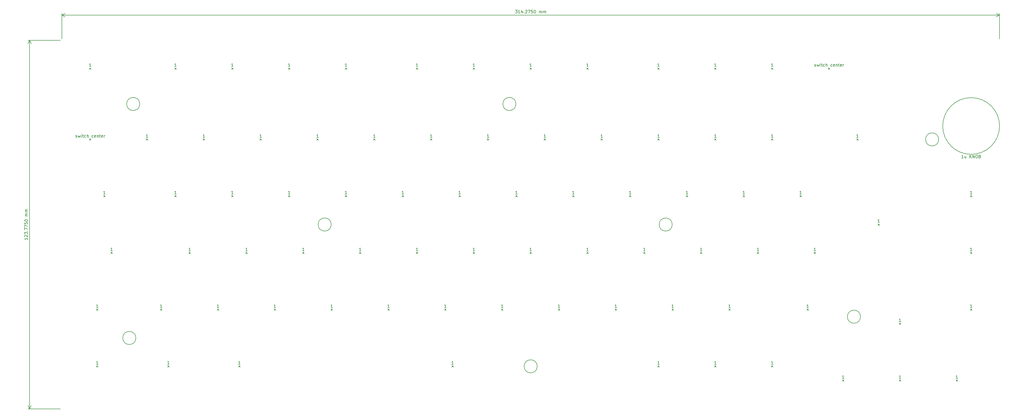
<source format=gbr>
%TF.GenerationSoftware,KiCad,Pcbnew,7.0.6*%
%TF.CreationDate,2024-01-15T18:39:29+00:00*%
%TF.ProjectId,MoonBoard,4d6f6f6e-426f-4617-9264-2e6b69636164,rev?*%
%TF.SameCoordinates,Original*%
%TF.FileFunction,Other,Comment*%
%FSLAX46Y46*%
G04 Gerber Fmt 4.6, Leading zero omitted, Abs format (unit mm)*
G04 Created by KiCad (PCBNEW 7.0.6) date 2024-01-15 18:39:29*
%MOMM*%
%LPD*%
G01*
G04 APERTURE LIST*
%ADD10C,0.150000*%
%ADD11C,0.100000*%
G04 APERTURE END LIST*
D10*
X356880000Y-96300000D02*
G75*
G03*
X356880000Y-96300000I-9525000J0D01*
G01*
X344759761Y-107069819D02*
X344188333Y-107069819D01*
X344474047Y-107069819D02*
X344474047Y-106069819D01*
X344474047Y-106069819D02*
X344378809Y-106212676D01*
X344378809Y-106212676D02*
X344283571Y-106307914D01*
X344283571Y-106307914D02*
X344188333Y-106355533D01*
X345616904Y-106403152D02*
X345616904Y-107069819D01*
X345188333Y-106403152D02*
X345188333Y-106926961D01*
X345188333Y-106926961D02*
X345235952Y-107022200D01*
X345235952Y-107022200D02*
X345331190Y-107069819D01*
X345331190Y-107069819D02*
X345474047Y-107069819D01*
X345474047Y-107069819D02*
X345569285Y-107022200D01*
X345569285Y-107022200D02*
X345616904Y-106974580D01*
X346855000Y-107069819D02*
X346855000Y-106069819D01*
X347426428Y-107069819D02*
X346997857Y-106498390D01*
X347426428Y-106069819D02*
X346855000Y-106641247D01*
X347855000Y-107069819D02*
X347855000Y-106069819D01*
X347855000Y-106069819D02*
X348426428Y-107069819D01*
X348426428Y-107069819D02*
X348426428Y-106069819D01*
X349093095Y-106069819D02*
X349283571Y-106069819D01*
X349283571Y-106069819D02*
X349378809Y-106117438D01*
X349378809Y-106117438D02*
X349474047Y-106212676D01*
X349474047Y-106212676D02*
X349521666Y-106403152D01*
X349521666Y-106403152D02*
X349521666Y-106736485D01*
X349521666Y-106736485D02*
X349474047Y-106926961D01*
X349474047Y-106926961D02*
X349378809Y-107022200D01*
X349378809Y-107022200D02*
X349283571Y-107069819D01*
X349283571Y-107069819D02*
X349093095Y-107069819D01*
X349093095Y-107069819D02*
X348997857Y-107022200D01*
X348997857Y-107022200D02*
X348902619Y-106926961D01*
X348902619Y-106926961D02*
X348855000Y-106736485D01*
X348855000Y-106736485D02*
X348855000Y-106403152D01*
X348855000Y-106403152D02*
X348902619Y-106212676D01*
X348902619Y-106212676D02*
X348997857Y-106117438D01*
X348997857Y-106117438D02*
X349093095Y-106069819D01*
X350283571Y-106546009D02*
X350426428Y-106593628D01*
X350426428Y-106593628D02*
X350474047Y-106641247D01*
X350474047Y-106641247D02*
X350521666Y-106736485D01*
X350521666Y-106736485D02*
X350521666Y-106879342D01*
X350521666Y-106879342D02*
X350474047Y-106974580D01*
X350474047Y-106974580D02*
X350426428Y-107022200D01*
X350426428Y-107022200D02*
X350331190Y-107069819D01*
X350331190Y-107069819D02*
X349950238Y-107069819D01*
X349950238Y-107069819D02*
X349950238Y-106069819D01*
X349950238Y-106069819D02*
X350283571Y-106069819D01*
X350283571Y-106069819D02*
X350378809Y-106117438D01*
X350378809Y-106117438D02*
X350426428Y-106165057D01*
X350426428Y-106165057D02*
X350474047Y-106260295D01*
X350474047Y-106260295D02*
X350474047Y-106355533D01*
X350474047Y-106355533D02*
X350426428Y-106450771D01*
X350426428Y-106450771D02*
X350378809Y-106498390D01*
X350378809Y-106498390D02*
X350283571Y-106546009D01*
X350283571Y-106546009D02*
X349950238Y-106546009D01*
X31084819Y-133911309D02*
X31084819Y-134482737D01*
X31084819Y-134197023D02*
X30084819Y-134197023D01*
X30084819Y-134197023D02*
X30227676Y-134292261D01*
X30227676Y-134292261D02*
X30322914Y-134387499D01*
X30322914Y-134387499D02*
X30370533Y-134482737D01*
X30180057Y-133530356D02*
X30132438Y-133482737D01*
X30132438Y-133482737D02*
X30084819Y-133387499D01*
X30084819Y-133387499D02*
X30084819Y-133149404D01*
X30084819Y-133149404D02*
X30132438Y-133054166D01*
X30132438Y-133054166D02*
X30180057Y-133006547D01*
X30180057Y-133006547D02*
X30275295Y-132958928D01*
X30275295Y-132958928D02*
X30370533Y-132958928D01*
X30370533Y-132958928D02*
X30513390Y-133006547D01*
X30513390Y-133006547D02*
X31084819Y-133577975D01*
X31084819Y-133577975D02*
X31084819Y-132958928D01*
X30084819Y-132625594D02*
X30084819Y-132006547D01*
X30084819Y-132006547D02*
X30465771Y-132339880D01*
X30465771Y-132339880D02*
X30465771Y-132197023D01*
X30465771Y-132197023D02*
X30513390Y-132101785D01*
X30513390Y-132101785D02*
X30561009Y-132054166D01*
X30561009Y-132054166D02*
X30656247Y-132006547D01*
X30656247Y-132006547D02*
X30894342Y-132006547D01*
X30894342Y-132006547D02*
X30989580Y-132054166D01*
X30989580Y-132054166D02*
X31037200Y-132101785D01*
X31037200Y-132101785D02*
X31084819Y-132197023D01*
X31084819Y-132197023D02*
X31084819Y-132482737D01*
X31084819Y-132482737D02*
X31037200Y-132577975D01*
X31037200Y-132577975D02*
X30989580Y-132625594D01*
X30989580Y-131577975D02*
X31037200Y-131530356D01*
X31037200Y-131530356D02*
X31084819Y-131577975D01*
X31084819Y-131577975D02*
X31037200Y-131625594D01*
X31037200Y-131625594D02*
X30989580Y-131577975D01*
X30989580Y-131577975D02*
X31084819Y-131577975D01*
X30084819Y-131197023D02*
X30084819Y-130530357D01*
X30084819Y-130530357D02*
X31084819Y-130958928D01*
X30084819Y-130244642D02*
X30084819Y-129577976D01*
X30084819Y-129577976D02*
X31084819Y-130006547D01*
X30084819Y-128720833D02*
X30084819Y-129197023D01*
X30084819Y-129197023D02*
X30561009Y-129244642D01*
X30561009Y-129244642D02*
X30513390Y-129197023D01*
X30513390Y-129197023D02*
X30465771Y-129101785D01*
X30465771Y-129101785D02*
X30465771Y-128863690D01*
X30465771Y-128863690D02*
X30513390Y-128768452D01*
X30513390Y-128768452D02*
X30561009Y-128720833D01*
X30561009Y-128720833D02*
X30656247Y-128673214D01*
X30656247Y-128673214D02*
X30894342Y-128673214D01*
X30894342Y-128673214D02*
X30989580Y-128720833D01*
X30989580Y-128720833D02*
X31037200Y-128768452D01*
X31037200Y-128768452D02*
X31084819Y-128863690D01*
X31084819Y-128863690D02*
X31084819Y-129101785D01*
X31084819Y-129101785D02*
X31037200Y-129197023D01*
X31037200Y-129197023D02*
X30989580Y-129244642D01*
X30084819Y-128054166D02*
X30084819Y-127958928D01*
X30084819Y-127958928D02*
X30132438Y-127863690D01*
X30132438Y-127863690D02*
X30180057Y-127816071D01*
X30180057Y-127816071D02*
X30275295Y-127768452D01*
X30275295Y-127768452D02*
X30465771Y-127720833D01*
X30465771Y-127720833D02*
X30703866Y-127720833D01*
X30703866Y-127720833D02*
X30894342Y-127768452D01*
X30894342Y-127768452D02*
X30989580Y-127816071D01*
X30989580Y-127816071D02*
X31037200Y-127863690D01*
X31037200Y-127863690D02*
X31084819Y-127958928D01*
X31084819Y-127958928D02*
X31084819Y-128054166D01*
X31084819Y-128054166D02*
X31037200Y-128149404D01*
X31037200Y-128149404D02*
X30989580Y-128197023D01*
X30989580Y-128197023D02*
X30894342Y-128244642D01*
X30894342Y-128244642D02*
X30703866Y-128292261D01*
X30703866Y-128292261D02*
X30465771Y-128292261D01*
X30465771Y-128292261D02*
X30275295Y-128244642D01*
X30275295Y-128244642D02*
X30180057Y-128197023D01*
X30180057Y-128197023D02*
X30132438Y-128149404D01*
X30132438Y-128149404D02*
X30084819Y-128054166D01*
X31084819Y-126530356D02*
X30418152Y-126530356D01*
X30513390Y-126530356D02*
X30465771Y-126482737D01*
X30465771Y-126482737D02*
X30418152Y-126387499D01*
X30418152Y-126387499D02*
X30418152Y-126244642D01*
X30418152Y-126244642D02*
X30465771Y-126149404D01*
X30465771Y-126149404D02*
X30561009Y-126101785D01*
X30561009Y-126101785D02*
X31084819Y-126101785D01*
X30561009Y-126101785D02*
X30465771Y-126054166D01*
X30465771Y-126054166D02*
X30418152Y-125958928D01*
X30418152Y-125958928D02*
X30418152Y-125816071D01*
X30418152Y-125816071D02*
X30465771Y-125720832D01*
X30465771Y-125720832D02*
X30561009Y-125673213D01*
X30561009Y-125673213D02*
X31084819Y-125673213D01*
X31084819Y-125197023D02*
X30418152Y-125197023D01*
X30513390Y-125197023D02*
X30465771Y-125149404D01*
X30465771Y-125149404D02*
X30418152Y-125054166D01*
X30418152Y-125054166D02*
X30418152Y-124911309D01*
X30418152Y-124911309D02*
X30465771Y-124816071D01*
X30465771Y-124816071D02*
X30561009Y-124768452D01*
X30561009Y-124768452D02*
X31084819Y-124768452D01*
X30561009Y-124768452D02*
X30465771Y-124720833D01*
X30465771Y-124720833D02*
X30418152Y-124625595D01*
X30418152Y-124625595D02*
X30418152Y-124482738D01*
X30418152Y-124482738D02*
X30465771Y-124387499D01*
X30465771Y-124387499D02*
X30561009Y-124339880D01*
X30561009Y-124339880D02*
X31084819Y-124339880D01*
X42080000Y-191275000D02*
X31193580Y-191275000D01*
X42080000Y-67500000D02*
X31193580Y-67500000D01*
X31780000Y-191275000D02*
X31780000Y-67500000D01*
X31780000Y-191275000D02*
X31780000Y-67500000D01*
X31780000Y-191275000D02*
X31193579Y-190148496D01*
X31780000Y-191275000D02*
X32366421Y-190148496D01*
X31780000Y-67500000D02*
X32366421Y-68626504D01*
X31780000Y-67500000D02*
X31193579Y-68626504D01*
X194574643Y-57404819D02*
X195193690Y-57404819D01*
X195193690Y-57404819D02*
X194860357Y-57785771D01*
X194860357Y-57785771D02*
X195003214Y-57785771D01*
X195003214Y-57785771D02*
X195098452Y-57833390D01*
X195098452Y-57833390D02*
X195146071Y-57881009D01*
X195146071Y-57881009D02*
X195193690Y-57976247D01*
X195193690Y-57976247D02*
X195193690Y-58214342D01*
X195193690Y-58214342D02*
X195146071Y-58309580D01*
X195146071Y-58309580D02*
X195098452Y-58357200D01*
X195098452Y-58357200D02*
X195003214Y-58404819D01*
X195003214Y-58404819D02*
X194717500Y-58404819D01*
X194717500Y-58404819D02*
X194622262Y-58357200D01*
X194622262Y-58357200D02*
X194574643Y-58309580D01*
X196146071Y-58404819D02*
X195574643Y-58404819D01*
X195860357Y-58404819D02*
X195860357Y-57404819D01*
X195860357Y-57404819D02*
X195765119Y-57547676D01*
X195765119Y-57547676D02*
X195669881Y-57642914D01*
X195669881Y-57642914D02*
X195574643Y-57690533D01*
X197003214Y-57738152D02*
X197003214Y-58404819D01*
X196765119Y-57357200D02*
X196527024Y-58071485D01*
X196527024Y-58071485D02*
X197146071Y-58071485D01*
X197527024Y-58309580D02*
X197574643Y-58357200D01*
X197574643Y-58357200D02*
X197527024Y-58404819D01*
X197527024Y-58404819D02*
X197479405Y-58357200D01*
X197479405Y-58357200D02*
X197527024Y-58309580D01*
X197527024Y-58309580D02*
X197527024Y-58404819D01*
X197955595Y-57500057D02*
X198003214Y-57452438D01*
X198003214Y-57452438D02*
X198098452Y-57404819D01*
X198098452Y-57404819D02*
X198336547Y-57404819D01*
X198336547Y-57404819D02*
X198431785Y-57452438D01*
X198431785Y-57452438D02*
X198479404Y-57500057D01*
X198479404Y-57500057D02*
X198527023Y-57595295D01*
X198527023Y-57595295D02*
X198527023Y-57690533D01*
X198527023Y-57690533D02*
X198479404Y-57833390D01*
X198479404Y-57833390D02*
X197907976Y-58404819D01*
X197907976Y-58404819D02*
X198527023Y-58404819D01*
X198860357Y-57404819D02*
X199527023Y-57404819D01*
X199527023Y-57404819D02*
X199098452Y-58404819D01*
X200384166Y-57404819D02*
X199907976Y-57404819D01*
X199907976Y-57404819D02*
X199860357Y-57881009D01*
X199860357Y-57881009D02*
X199907976Y-57833390D01*
X199907976Y-57833390D02*
X200003214Y-57785771D01*
X200003214Y-57785771D02*
X200241309Y-57785771D01*
X200241309Y-57785771D02*
X200336547Y-57833390D01*
X200336547Y-57833390D02*
X200384166Y-57881009D01*
X200384166Y-57881009D02*
X200431785Y-57976247D01*
X200431785Y-57976247D02*
X200431785Y-58214342D01*
X200431785Y-58214342D02*
X200384166Y-58309580D01*
X200384166Y-58309580D02*
X200336547Y-58357200D01*
X200336547Y-58357200D02*
X200241309Y-58404819D01*
X200241309Y-58404819D02*
X200003214Y-58404819D01*
X200003214Y-58404819D02*
X199907976Y-58357200D01*
X199907976Y-58357200D02*
X199860357Y-58309580D01*
X201050833Y-57404819D02*
X201146071Y-57404819D01*
X201146071Y-57404819D02*
X201241309Y-57452438D01*
X201241309Y-57452438D02*
X201288928Y-57500057D01*
X201288928Y-57500057D02*
X201336547Y-57595295D01*
X201336547Y-57595295D02*
X201384166Y-57785771D01*
X201384166Y-57785771D02*
X201384166Y-58023866D01*
X201384166Y-58023866D02*
X201336547Y-58214342D01*
X201336547Y-58214342D02*
X201288928Y-58309580D01*
X201288928Y-58309580D02*
X201241309Y-58357200D01*
X201241309Y-58357200D02*
X201146071Y-58404819D01*
X201146071Y-58404819D02*
X201050833Y-58404819D01*
X201050833Y-58404819D02*
X200955595Y-58357200D01*
X200955595Y-58357200D02*
X200907976Y-58309580D01*
X200907976Y-58309580D02*
X200860357Y-58214342D01*
X200860357Y-58214342D02*
X200812738Y-58023866D01*
X200812738Y-58023866D02*
X200812738Y-57785771D01*
X200812738Y-57785771D02*
X200860357Y-57595295D01*
X200860357Y-57595295D02*
X200907976Y-57500057D01*
X200907976Y-57500057D02*
X200955595Y-57452438D01*
X200955595Y-57452438D02*
X201050833Y-57404819D01*
X202574643Y-58404819D02*
X202574643Y-57738152D01*
X202574643Y-57833390D02*
X202622262Y-57785771D01*
X202622262Y-57785771D02*
X202717500Y-57738152D01*
X202717500Y-57738152D02*
X202860357Y-57738152D01*
X202860357Y-57738152D02*
X202955595Y-57785771D01*
X202955595Y-57785771D02*
X203003214Y-57881009D01*
X203003214Y-57881009D02*
X203003214Y-58404819D01*
X203003214Y-57881009D02*
X203050833Y-57785771D01*
X203050833Y-57785771D02*
X203146071Y-57738152D01*
X203146071Y-57738152D02*
X203288928Y-57738152D01*
X203288928Y-57738152D02*
X203384167Y-57785771D01*
X203384167Y-57785771D02*
X203431786Y-57881009D01*
X203431786Y-57881009D02*
X203431786Y-58404819D01*
X203907976Y-58404819D02*
X203907976Y-57738152D01*
X203907976Y-57833390D02*
X203955595Y-57785771D01*
X203955595Y-57785771D02*
X204050833Y-57738152D01*
X204050833Y-57738152D02*
X204193690Y-57738152D01*
X204193690Y-57738152D02*
X204288928Y-57785771D01*
X204288928Y-57785771D02*
X204336547Y-57881009D01*
X204336547Y-57881009D02*
X204336547Y-58404819D01*
X204336547Y-57881009D02*
X204384166Y-57785771D01*
X204384166Y-57785771D02*
X204479404Y-57738152D01*
X204479404Y-57738152D02*
X204622261Y-57738152D01*
X204622261Y-57738152D02*
X204717500Y-57785771D01*
X204717500Y-57785771D02*
X204765119Y-57881009D01*
X204765119Y-57881009D02*
X204765119Y-58404819D01*
X42580000Y-67000000D02*
X42580000Y-58513580D01*
X356855000Y-67000000D02*
X356855000Y-58513580D01*
X42580000Y-59100000D02*
X356855000Y-59100000D01*
X42580000Y-59100000D02*
X356855000Y-59100000D01*
X42580000Y-59100000D02*
X43706504Y-58513579D01*
X42580000Y-59100000D02*
X43706504Y-59686421D01*
X356855000Y-59100000D02*
X355728496Y-59686421D01*
X356855000Y-59100000D02*
X355728496Y-58513579D01*
X219053214Y-138197318D02*
X218481786Y-138197318D01*
X218767500Y-138197318D02*
X218767500Y-137197318D01*
X218767500Y-137197318D02*
X218672262Y-137340175D01*
X218672262Y-137340175D02*
X218577024Y-137435413D01*
X218577024Y-137435413D02*
X218481786Y-137483032D01*
X176190714Y-119147320D02*
X175619286Y-119147320D01*
X175905000Y-119147320D02*
X175905000Y-118147320D01*
X175905000Y-118147320D02*
X175809762Y-118290177D01*
X175809762Y-118290177D02*
X175714524Y-118385415D01*
X175714524Y-118385415D02*
X175619286Y-118433034D01*
X47222856Y-100049699D02*
X47318094Y-100097318D01*
X47318094Y-100097318D02*
X47508570Y-100097318D01*
X47508570Y-100097318D02*
X47603808Y-100049699D01*
X47603808Y-100049699D02*
X47651427Y-99954460D01*
X47651427Y-99954460D02*
X47651427Y-99906841D01*
X47651427Y-99906841D02*
X47603808Y-99811603D01*
X47603808Y-99811603D02*
X47508570Y-99763984D01*
X47508570Y-99763984D02*
X47365713Y-99763984D01*
X47365713Y-99763984D02*
X47270475Y-99716365D01*
X47270475Y-99716365D02*
X47222856Y-99621127D01*
X47222856Y-99621127D02*
X47222856Y-99573508D01*
X47222856Y-99573508D02*
X47270475Y-99478270D01*
X47270475Y-99478270D02*
X47365713Y-99430651D01*
X47365713Y-99430651D02*
X47508570Y-99430651D01*
X47508570Y-99430651D02*
X47603808Y-99478270D01*
X47984761Y-99430651D02*
X48175237Y-100097318D01*
X48175237Y-100097318D02*
X48365713Y-99621127D01*
X48365713Y-99621127D02*
X48556189Y-100097318D01*
X48556189Y-100097318D02*
X48746665Y-99430651D01*
X49127618Y-100097318D02*
X49127618Y-99430651D01*
X49127618Y-99097318D02*
X49079999Y-99144937D01*
X49079999Y-99144937D02*
X49127618Y-99192556D01*
X49127618Y-99192556D02*
X49175237Y-99144937D01*
X49175237Y-99144937D02*
X49127618Y-99097318D01*
X49127618Y-99097318D02*
X49127618Y-99192556D01*
X49460951Y-99430651D02*
X49841903Y-99430651D01*
X49603808Y-99097318D02*
X49603808Y-99954460D01*
X49603808Y-99954460D02*
X49651427Y-100049699D01*
X49651427Y-100049699D02*
X49746665Y-100097318D01*
X49746665Y-100097318D02*
X49841903Y-100097318D01*
X50603808Y-100049699D02*
X50508570Y-100097318D01*
X50508570Y-100097318D02*
X50318094Y-100097318D01*
X50318094Y-100097318D02*
X50222856Y-100049699D01*
X50222856Y-100049699D02*
X50175237Y-100002079D01*
X50175237Y-100002079D02*
X50127618Y-99906841D01*
X50127618Y-99906841D02*
X50127618Y-99621127D01*
X50127618Y-99621127D02*
X50175237Y-99525889D01*
X50175237Y-99525889D02*
X50222856Y-99478270D01*
X50222856Y-99478270D02*
X50318094Y-99430651D01*
X50318094Y-99430651D02*
X50508570Y-99430651D01*
X50508570Y-99430651D02*
X50603808Y-99478270D01*
X51032380Y-100097318D02*
X51032380Y-99097318D01*
X51460951Y-100097318D02*
X51460951Y-99573508D01*
X51460951Y-99573508D02*
X51413332Y-99478270D01*
X51413332Y-99478270D02*
X51318094Y-99430651D01*
X51318094Y-99430651D02*
X51175237Y-99430651D01*
X51175237Y-99430651D02*
X51079999Y-99478270D01*
X51079999Y-99478270D02*
X51032380Y-99525889D01*
X53127618Y-100049699D02*
X53032380Y-100097318D01*
X53032380Y-100097318D02*
X52841904Y-100097318D01*
X52841904Y-100097318D02*
X52746666Y-100049699D01*
X52746666Y-100049699D02*
X52699047Y-100002079D01*
X52699047Y-100002079D02*
X52651428Y-99906841D01*
X52651428Y-99906841D02*
X52651428Y-99621127D01*
X52651428Y-99621127D02*
X52699047Y-99525889D01*
X52699047Y-99525889D02*
X52746666Y-99478270D01*
X52746666Y-99478270D02*
X52841904Y-99430651D01*
X52841904Y-99430651D02*
X53032380Y-99430651D01*
X53032380Y-99430651D02*
X53127618Y-99478270D01*
X53937142Y-100049699D02*
X53841904Y-100097318D01*
X53841904Y-100097318D02*
X53651428Y-100097318D01*
X53651428Y-100097318D02*
X53556190Y-100049699D01*
X53556190Y-100049699D02*
X53508571Y-99954460D01*
X53508571Y-99954460D02*
X53508571Y-99573508D01*
X53508571Y-99573508D02*
X53556190Y-99478270D01*
X53556190Y-99478270D02*
X53651428Y-99430651D01*
X53651428Y-99430651D02*
X53841904Y-99430651D01*
X53841904Y-99430651D02*
X53937142Y-99478270D01*
X53937142Y-99478270D02*
X53984761Y-99573508D01*
X53984761Y-99573508D02*
X53984761Y-99668746D01*
X53984761Y-99668746D02*
X53508571Y-99763984D01*
X54413333Y-99430651D02*
X54413333Y-100097318D01*
X54413333Y-99525889D02*
X54460952Y-99478270D01*
X54460952Y-99478270D02*
X54556190Y-99430651D01*
X54556190Y-99430651D02*
X54699047Y-99430651D01*
X54699047Y-99430651D02*
X54794285Y-99478270D01*
X54794285Y-99478270D02*
X54841904Y-99573508D01*
X54841904Y-99573508D02*
X54841904Y-100097318D01*
X55175238Y-99430651D02*
X55556190Y-99430651D01*
X55318095Y-99097318D02*
X55318095Y-99954460D01*
X55318095Y-99954460D02*
X55365714Y-100049699D01*
X55365714Y-100049699D02*
X55460952Y-100097318D01*
X55460952Y-100097318D02*
X55556190Y-100097318D01*
X56270476Y-100049699D02*
X56175238Y-100097318D01*
X56175238Y-100097318D02*
X55984762Y-100097318D01*
X55984762Y-100097318D02*
X55889524Y-100049699D01*
X55889524Y-100049699D02*
X55841905Y-99954460D01*
X55841905Y-99954460D02*
X55841905Y-99573508D01*
X55841905Y-99573508D02*
X55889524Y-99478270D01*
X55889524Y-99478270D02*
X55984762Y-99430651D01*
X55984762Y-99430651D02*
X56175238Y-99430651D01*
X56175238Y-99430651D02*
X56270476Y-99478270D01*
X56270476Y-99478270D02*
X56318095Y-99573508D01*
X56318095Y-99573508D02*
X56318095Y-99668746D01*
X56318095Y-99668746D02*
X55841905Y-99763984D01*
X56746667Y-100097318D02*
X56746667Y-99430651D01*
X56746667Y-99621127D02*
X56794286Y-99525889D01*
X56794286Y-99525889D02*
X56841905Y-99478270D01*
X56841905Y-99478270D02*
X56937143Y-99430651D01*
X56937143Y-99430651D02*
X57032381Y-99430651D01*
X102371964Y-176297318D02*
X101800536Y-176297318D01*
X102086250Y-176297318D02*
X102086250Y-175297318D01*
X102086250Y-175297318D02*
X101991012Y-175440175D01*
X101991012Y-175440175D02*
X101895774Y-175535413D01*
X101895774Y-175535413D02*
X101800536Y-175583032D01*
X57128214Y-119147320D02*
X56556786Y-119147320D01*
X56842500Y-119147320D02*
X56842500Y-118147320D01*
X56842500Y-118147320D02*
X56747262Y-118290177D01*
X56747262Y-118290177D02*
X56652024Y-118385415D01*
X56652024Y-118385415D02*
X56556786Y-118433034D01*
X292871964Y-157247320D02*
X292300536Y-157247320D01*
X292586250Y-157247320D02*
X292586250Y-156247320D01*
X292586250Y-156247320D02*
X292491012Y-156390177D01*
X292491012Y-156390177D02*
X292395774Y-156485415D01*
X292395774Y-156485415D02*
X292300536Y-156533034D01*
X52365714Y-76284820D02*
X51794286Y-76284820D01*
X52080000Y-76284820D02*
X52080000Y-75284820D01*
X52080000Y-75284820D02*
X51984762Y-75427677D01*
X51984762Y-75427677D02*
X51889524Y-75522915D01*
X51889524Y-75522915D02*
X51794286Y-75570534D01*
X280965714Y-100097318D02*
X280394286Y-100097318D01*
X280680000Y-100097318D02*
X280680000Y-99097318D01*
X280680000Y-99097318D02*
X280584762Y-99240175D01*
X280584762Y-99240175D02*
X280489524Y-99335413D01*
X280489524Y-99335413D02*
X280394286Y-99383032D01*
X200003214Y-76284820D02*
X199431786Y-76284820D01*
X199717500Y-76284820D02*
X199717500Y-75284820D01*
X199717500Y-75284820D02*
X199622262Y-75427677D01*
X199622262Y-75427677D02*
X199527024Y-75522915D01*
X199527024Y-75522915D02*
X199431786Y-75570534D01*
X54746964Y-176297318D02*
X54175536Y-176297318D01*
X54461250Y-176297318D02*
X54461250Y-175297318D01*
X54461250Y-175297318D02*
X54366012Y-175440175D01*
X54366012Y-175440175D02*
X54270774Y-175535413D01*
X54270774Y-175535413D02*
X54175536Y-175583032D01*
X347640714Y-119147318D02*
X347069286Y-119147318D01*
X347355000Y-119147318D02*
X347355000Y-118147318D01*
X347355000Y-118147318D02*
X347259762Y-118290175D01*
X347259762Y-118290175D02*
X347164524Y-118385413D01*
X347164524Y-118385413D02*
X347069286Y-118433032D01*
X271440714Y-119147320D02*
X270869286Y-119147320D01*
X271155000Y-119147320D02*
X271155000Y-118147320D01*
X271155000Y-118147320D02*
X271059762Y-118290177D01*
X271059762Y-118290177D02*
X270964524Y-118385415D01*
X270964524Y-118385415D02*
X270869286Y-118433034D01*
X242865714Y-176297318D02*
X242294286Y-176297318D01*
X242580000Y-176297318D02*
X242580000Y-175297318D01*
X242580000Y-175297318D02*
X242484762Y-175440175D01*
X242484762Y-175440175D02*
X242389524Y-175535413D01*
X242389524Y-175535413D02*
X242294286Y-175583032D01*
X276203214Y-138197318D02*
X275631786Y-138197318D01*
X275917500Y-138197318D02*
X275917500Y-137197318D01*
X275917500Y-137197318D02*
X275822262Y-137340175D01*
X275822262Y-137340175D02*
X275727024Y-137435413D01*
X275727024Y-137435413D02*
X275631786Y-137483032D01*
X242865714Y-100097318D02*
X242294286Y-100097318D01*
X242580000Y-100097318D02*
X242580000Y-99097318D01*
X242580000Y-99097318D02*
X242484762Y-99240175D01*
X242484762Y-99240175D02*
X242389524Y-99335413D01*
X242389524Y-99335413D02*
X242294286Y-99383032D01*
X166665714Y-100097318D02*
X166094286Y-100097318D01*
X166380000Y-100097318D02*
X166380000Y-99097318D01*
X166380000Y-99097318D02*
X166284762Y-99240175D01*
X166284762Y-99240175D02*
X166189524Y-99335413D01*
X166189524Y-99335413D02*
X166094286Y-99383032D01*
X161903214Y-76284820D02*
X161331786Y-76284820D01*
X161617500Y-76284820D02*
X161617500Y-75284820D01*
X161617500Y-75284820D02*
X161522262Y-75427677D01*
X161522262Y-75427677D02*
X161427024Y-75522915D01*
X161427024Y-75522915D02*
X161331786Y-75570534D01*
X238103214Y-138197318D02*
X237531786Y-138197318D01*
X237817500Y-138197318D02*
X237817500Y-137197318D01*
X237817500Y-137197318D02*
X237722262Y-137340175D01*
X237722262Y-137340175D02*
X237627024Y-137435413D01*
X237627024Y-137435413D02*
X237531786Y-137483032D01*
X171428214Y-157247320D02*
X170856786Y-157247320D01*
X171142500Y-157247320D02*
X171142500Y-156247320D01*
X171142500Y-156247320D02*
X171047262Y-156390177D01*
X171047262Y-156390177D02*
X170952024Y-156485415D01*
X170952024Y-156485415D02*
X170856786Y-156533034D01*
X59509464Y-138197318D02*
X58938036Y-138197318D01*
X59223750Y-138197318D02*
X59223750Y-137197318D01*
X59223750Y-137197318D02*
X59128512Y-137340175D01*
X59128512Y-137340175D02*
X59033274Y-137435413D01*
X59033274Y-137435413D02*
X58938036Y-137483032D01*
X133328214Y-157247320D02*
X132756786Y-157247320D01*
X133042500Y-157247320D02*
X133042500Y-156247320D01*
X133042500Y-156247320D02*
X132947262Y-156390177D01*
X132947262Y-156390177D02*
X132852024Y-156485415D01*
X132852024Y-156485415D02*
X132756786Y-156533034D01*
X347640714Y-157247318D02*
X347069286Y-157247318D01*
X347355000Y-157247318D02*
X347355000Y-156247318D01*
X347355000Y-156247318D02*
X347259762Y-156390175D01*
X347259762Y-156390175D02*
X347164524Y-156485413D01*
X347164524Y-156485413D02*
X347069286Y-156533032D01*
X233340714Y-119147320D02*
X232769286Y-119147320D01*
X233055000Y-119147320D02*
X233055000Y-118147320D01*
X233055000Y-118147320D02*
X232959762Y-118290177D01*
X232959762Y-118290177D02*
X232864524Y-118385415D01*
X232864524Y-118385415D02*
X232769286Y-118433034D01*
X80940714Y-76284820D02*
X80369286Y-76284820D01*
X80655000Y-76284820D02*
X80655000Y-75284820D01*
X80655000Y-75284820D02*
X80559762Y-75427677D01*
X80559762Y-75427677D02*
X80464524Y-75522915D01*
X80464524Y-75522915D02*
X80369286Y-75570534D01*
X261915714Y-100097318D02*
X261344286Y-100097318D01*
X261630000Y-100097318D02*
X261630000Y-99097318D01*
X261630000Y-99097318D02*
X261534762Y-99240175D01*
X261534762Y-99240175D02*
X261439524Y-99335413D01*
X261439524Y-99335413D02*
X261344286Y-99383032D01*
X223815714Y-100097318D02*
X223244286Y-100097318D01*
X223530000Y-100097318D02*
X223530000Y-99097318D01*
X223530000Y-99097318D02*
X223434762Y-99240175D01*
X223434762Y-99240175D02*
X223339524Y-99335413D01*
X223339524Y-99335413D02*
X223244286Y-99383032D01*
X323828214Y-162009818D02*
X323256786Y-162009818D01*
X323542500Y-162009818D02*
X323542500Y-161009818D01*
X323542500Y-161009818D02*
X323447262Y-161152675D01*
X323447262Y-161152675D02*
X323352024Y-161247913D01*
X323352024Y-161247913D02*
X323256786Y-161295532D01*
X261915714Y-76284820D02*
X261344286Y-76284820D01*
X261630000Y-76284820D02*
X261630000Y-75284820D01*
X261630000Y-75284820D02*
X261534762Y-75427677D01*
X261534762Y-75427677D02*
X261439524Y-75522915D01*
X261439524Y-75522915D02*
X261344286Y-75570534D01*
X71415714Y-100097318D02*
X70844286Y-100097318D01*
X71130000Y-100097318D02*
X71130000Y-99097318D01*
X71130000Y-99097318D02*
X71034762Y-99240175D01*
X71034762Y-99240175D02*
X70939524Y-99335413D01*
X70939524Y-99335413D02*
X70844286Y-99383032D01*
X78559464Y-176297318D02*
X77988036Y-176297318D01*
X78273750Y-176297318D02*
X78273750Y-175297318D01*
X78273750Y-175297318D02*
X78178512Y-175440175D01*
X78178512Y-175440175D02*
X78083274Y-175535413D01*
X78083274Y-175535413D02*
X77988036Y-175583032D01*
X123803214Y-138197318D02*
X123231786Y-138197318D01*
X123517500Y-138197318D02*
X123517500Y-137197318D01*
X123517500Y-137197318D02*
X123422262Y-137340175D01*
X123422262Y-137340175D02*
X123327024Y-137435413D01*
X123327024Y-137435413D02*
X123231786Y-137483032D01*
X76178214Y-157247320D02*
X75606786Y-157247320D01*
X75892500Y-157247320D02*
X75892500Y-156247320D01*
X75892500Y-156247320D02*
X75797262Y-156390177D01*
X75797262Y-156390177D02*
X75702024Y-156485415D01*
X75702024Y-156485415D02*
X75606786Y-156533034D01*
X173809464Y-176297318D02*
X173238036Y-176297318D01*
X173523750Y-176297318D02*
X173523750Y-175297318D01*
X173523750Y-175297318D02*
X173428512Y-175440175D01*
X173428512Y-175440175D02*
X173333274Y-175535413D01*
X173333274Y-175535413D02*
X173238036Y-175583032D01*
X138090714Y-119147320D02*
X137519286Y-119147320D01*
X137805000Y-119147320D02*
X137805000Y-118147320D01*
X137805000Y-118147320D02*
X137709762Y-118290177D01*
X137709762Y-118290177D02*
X137614524Y-118385415D01*
X137614524Y-118385415D02*
X137519286Y-118433034D01*
X294872856Y-76237201D02*
X294968094Y-76284820D01*
X294968094Y-76284820D02*
X295158570Y-76284820D01*
X295158570Y-76284820D02*
X295253808Y-76237201D01*
X295253808Y-76237201D02*
X295301427Y-76141962D01*
X295301427Y-76141962D02*
X295301427Y-76094343D01*
X295301427Y-76094343D02*
X295253808Y-75999105D01*
X295253808Y-75999105D02*
X295158570Y-75951486D01*
X295158570Y-75951486D02*
X295015713Y-75951486D01*
X295015713Y-75951486D02*
X294920475Y-75903867D01*
X294920475Y-75903867D02*
X294872856Y-75808629D01*
X294872856Y-75808629D02*
X294872856Y-75761010D01*
X294872856Y-75761010D02*
X294920475Y-75665772D01*
X294920475Y-75665772D02*
X295015713Y-75618153D01*
X295015713Y-75618153D02*
X295158570Y-75618153D01*
X295158570Y-75618153D02*
X295253808Y-75665772D01*
X295634761Y-75618153D02*
X295825237Y-76284820D01*
X295825237Y-76284820D02*
X296015713Y-75808629D01*
X296015713Y-75808629D02*
X296206189Y-76284820D01*
X296206189Y-76284820D02*
X296396665Y-75618153D01*
X296777618Y-76284820D02*
X296777618Y-75618153D01*
X296777618Y-75284820D02*
X296729999Y-75332439D01*
X296729999Y-75332439D02*
X296777618Y-75380058D01*
X296777618Y-75380058D02*
X296825237Y-75332439D01*
X296825237Y-75332439D02*
X296777618Y-75284820D01*
X296777618Y-75284820D02*
X296777618Y-75380058D01*
X297110951Y-75618153D02*
X297491903Y-75618153D01*
X297253808Y-75284820D02*
X297253808Y-76141962D01*
X297253808Y-76141962D02*
X297301427Y-76237201D01*
X297301427Y-76237201D02*
X297396665Y-76284820D01*
X297396665Y-76284820D02*
X297491903Y-76284820D01*
X298253808Y-76237201D02*
X298158570Y-76284820D01*
X298158570Y-76284820D02*
X297968094Y-76284820D01*
X297968094Y-76284820D02*
X297872856Y-76237201D01*
X297872856Y-76237201D02*
X297825237Y-76189581D01*
X297825237Y-76189581D02*
X297777618Y-76094343D01*
X297777618Y-76094343D02*
X297777618Y-75808629D01*
X297777618Y-75808629D02*
X297825237Y-75713391D01*
X297825237Y-75713391D02*
X297872856Y-75665772D01*
X297872856Y-75665772D02*
X297968094Y-75618153D01*
X297968094Y-75618153D02*
X298158570Y-75618153D01*
X298158570Y-75618153D02*
X298253808Y-75665772D01*
X298682380Y-76284820D02*
X298682380Y-75284820D01*
X299110951Y-76284820D02*
X299110951Y-75761010D01*
X299110951Y-75761010D02*
X299063332Y-75665772D01*
X299063332Y-75665772D02*
X298968094Y-75618153D01*
X298968094Y-75618153D02*
X298825237Y-75618153D01*
X298825237Y-75618153D02*
X298729999Y-75665772D01*
X298729999Y-75665772D02*
X298682380Y-75713391D01*
X300777618Y-76237201D02*
X300682380Y-76284820D01*
X300682380Y-76284820D02*
X300491904Y-76284820D01*
X300491904Y-76284820D02*
X300396666Y-76237201D01*
X300396666Y-76237201D02*
X300349047Y-76189581D01*
X300349047Y-76189581D02*
X300301428Y-76094343D01*
X300301428Y-76094343D02*
X300301428Y-75808629D01*
X300301428Y-75808629D02*
X300349047Y-75713391D01*
X300349047Y-75713391D02*
X300396666Y-75665772D01*
X300396666Y-75665772D02*
X300491904Y-75618153D01*
X300491904Y-75618153D02*
X300682380Y-75618153D01*
X300682380Y-75618153D02*
X300777618Y-75665772D01*
X301587142Y-76237201D02*
X301491904Y-76284820D01*
X301491904Y-76284820D02*
X301301428Y-76284820D01*
X301301428Y-76284820D02*
X301206190Y-76237201D01*
X301206190Y-76237201D02*
X301158571Y-76141962D01*
X301158571Y-76141962D02*
X301158571Y-75761010D01*
X301158571Y-75761010D02*
X301206190Y-75665772D01*
X301206190Y-75665772D02*
X301301428Y-75618153D01*
X301301428Y-75618153D02*
X301491904Y-75618153D01*
X301491904Y-75618153D02*
X301587142Y-75665772D01*
X301587142Y-75665772D02*
X301634761Y-75761010D01*
X301634761Y-75761010D02*
X301634761Y-75856248D01*
X301634761Y-75856248D02*
X301158571Y-75951486D01*
X302063333Y-75618153D02*
X302063333Y-76284820D01*
X302063333Y-75713391D02*
X302110952Y-75665772D01*
X302110952Y-75665772D02*
X302206190Y-75618153D01*
X302206190Y-75618153D02*
X302349047Y-75618153D01*
X302349047Y-75618153D02*
X302444285Y-75665772D01*
X302444285Y-75665772D02*
X302491904Y-75761010D01*
X302491904Y-75761010D02*
X302491904Y-76284820D01*
X302825238Y-75618153D02*
X303206190Y-75618153D01*
X302968095Y-75284820D02*
X302968095Y-76141962D01*
X302968095Y-76141962D02*
X303015714Y-76237201D01*
X303015714Y-76237201D02*
X303110952Y-76284820D01*
X303110952Y-76284820D02*
X303206190Y-76284820D01*
X303920476Y-76237201D02*
X303825238Y-76284820D01*
X303825238Y-76284820D02*
X303634762Y-76284820D01*
X303634762Y-76284820D02*
X303539524Y-76237201D01*
X303539524Y-76237201D02*
X303491905Y-76141962D01*
X303491905Y-76141962D02*
X303491905Y-75761010D01*
X303491905Y-75761010D02*
X303539524Y-75665772D01*
X303539524Y-75665772D02*
X303634762Y-75618153D01*
X303634762Y-75618153D02*
X303825238Y-75618153D01*
X303825238Y-75618153D02*
X303920476Y-75665772D01*
X303920476Y-75665772D02*
X303968095Y-75761010D01*
X303968095Y-75761010D02*
X303968095Y-75856248D01*
X303968095Y-75856248D02*
X303491905Y-75951486D01*
X304396667Y-76284820D02*
X304396667Y-75618153D01*
X304396667Y-75808629D02*
X304444286Y-75713391D01*
X304444286Y-75713391D02*
X304491905Y-75665772D01*
X304491905Y-75665772D02*
X304587143Y-75618153D01*
X304587143Y-75618153D02*
X304682381Y-75618153D01*
X342878214Y-181059818D02*
X342306786Y-181059818D01*
X342592500Y-181059818D02*
X342592500Y-180059818D01*
X342592500Y-180059818D02*
X342497262Y-180202675D01*
X342497262Y-180202675D02*
X342402024Y-180297913D01*
X342402024Y-180297913D02*
X342306786Y-180345532D01*
X180953214Y-76284820D02*
X180381786Y-76284820D01*
X180667500Y-76284820D02*
X180667500Y-75284820D01*
X180667500Y-75284820D02*
X180572262Y-75427677D01*
X180572262Y-75427677D02*
X180477024Y-75522915D01*
X180477024Y-75522915D02*
X180381786Y-75570534D01*
X95228214Y-157247320D02*
X94656786Y-157247320D01*
X94942500Y-157247320D02*
X94942500Y-156247320D01*
X94942500Y-156247320D02*
X94847262Y-156390177D01*
X94847262Y-156390177D02*
X94752024Y-156485415D01*
X94752024Y-156485415D02*
X94656786Y-156533034D01*
X304778214Y-181059818D02*
X304206786Y-181059818D01*
X304492500Y-181059818D02*
X304492500Y-180059818D01*
X304492500Y-180059818D02*
X304397262Y-180202675D01*
X304397262Y-180202675D02*
X304302024Y-180297913D01*
X304302024Y-180297913D02*
X304206786Y-180345532D01*
X280965714Y-76284820D02*
X280394286Y-76284820D01*
X280680000Y-76284820D02*
X280680000Y-75284820D01*
X280680000Y-75284820D02*
X280584762Y-75427677D01*
X280584762Y-75427677D02*
X280489524Y-75522915D01*
X280489524Y-75522915D02*
X280394286Y-75570534D01*
X257153214Y-138197318D02*
X256581786Y-138197318D01*
X256867500Y-138197318D02*
X256867500Y-137197318D01*
X256867500Y-137197318D02*
X256772262Y-137340175D01*
X256772262Y-137340175D02*
X256677024Y-137435413D01*
X256677024Y-137435413D02*
X256581786Y-137483032D01*
X247628214Y-157247320D02*
X247056786Y-157247320D01*
X247342500Y-157247320D02*
X247342500Y-156247320D01*
X247342500Y-156247320D02*
X247247262Y-156390177D01*
X247247262Y-156390177D02*
X247152024Y-156485415D01*
X247152024Y-156485415D02*
X247056786Y-156533034D01*
X228578214Y-157247320D02*
X228006786Y-157247320D01*
X228292500Y-157247320D02*
X228292500Y-156247320D01*
X228292500Y-156247320D02*
X228197262Y-156390177D01*
X228197262Y-156390177D02*
X228102024Y-156485415D01*
X228102024Y-156485415D02*
X228006786Y-156533034D01*
X161903214Y-138197318D02*
X161331786Y-138197318D01*
X161617500Y-138197318D02*
X161617500Y-137197318D01*
X161617500Y-137197318D02*
X161522262Y-137340175D01*
X161522262Y-137340175D02*
X161427024Y-137435413D01*
X161427024Y-137435413D02*
X161331786Y-137483032D01*
X309540714Y-100097318D02*
X308969286Y-100097318D01*
X309255000Y-100097318D02*
X309255000Y-99097318D01*
X309255000Y-99097318D02*
X309159762Y-99240175D01*
X309159762Y-99240175D02*
X309064524Y-99335413D01*
X309064524Y-99335413D02*
X308969286Y-99383032D01*
X204765714Y-100097318D02*
X204194286Y-100097318D01*
X204480000Y-100097318D02*
X204480000Y-99097318D01*
X204480000Y-99097318D02*
X204384762Y-99240175D01*
X204384762Y-99240175D02*
X204289524Y-99335413D01*
X204289524Y-99335413D02*
X204194286Y-99383032D01*
X219053214Y-76284820D02*
X218481786Y-76284820D01*
X218767500Y-76284820D02*
X218767500Y-75284820D01*
X218767500Y-75284820D02*
X218672262Y-75427677D01*
X218672262Y-75427677D02*
X218577024Y-75522915D01*
X218577024Y-75522915D02*
X218481786Y-75570534D01*
X316684464Y-128672318D02*
X316113036Y-128672318D01*
X316398750Y-128672318D02*
X316398750Y-127672318D01*
X316398750Y-127672318D02*
X316303512Y-127815175D01*
X316303512Y-127815175D02*
X316208274Y-127910413D01*
X316208274Y-127910413D02*
X316113036Y-127958032D01*
X180953214Y-138197318D02*
X180381786Y-138197318D01*
X180667500Y-138197318D02*
X180667500Y-137197318D01*
X180667500Y-137197318D02*
X180572262Y-137340175D01*
X180572262Y-137340175D02*
X180477024Y-137435413D01*
X180477024Y-137435413D02*
X180381786Y-137483032D01*
X104753214Y-138197318D02*
X104181786Y-138197318D01*
X104467500Y-138197318D02*
X104467500Y-137197318D01*
X104467500Y-137197318D02*
X104372262Y-137340175D01*
X104372262Y-137340175D02*
X104277024Y-137435413D01*
X104277024Y-137435413D02*
X104181786Y-137483032D01*
X290490714Y-119147320D02*
X289919286Y-119147320D01*
X290205000Y-119147320D02*
X290205000Y-118147320D01*
X290205000Y-118147320D02*
X290109762Y-118290177D01*
X290109762Y-118290177D02*
X290014524Y-118385415D01*
X290014524Y-118385415D02*
X289919286Y-118433034D01*
X266678214Y-157247320D02*
X266106786Y-157247320D01*
X266392500Y-157247320D02*
X266392500Y-156247320D01*
X266392500Y-156247320D02*
X266297262Y-156390177D01*
X266297262Y-156390177D02*
X266202024Y-156485415D01*
X266202024Y-156485415D02*
X266106786Y-156533034D01*
X99990714Y-119147320D02*
X99419286Y-119147320D01*
X99705000Y-119147320D02*
X99705000Y-118147320D01*
X99705000Y-118147320D02*
X99609762Y-118290177D01*
X99609762Y-118290177D02*
X99514524Y-118385415D01*
X99514524Y-118385415D02*
X99419286Y-118433034D01*
X128565714Y-100097318D02*
X127994286Y-100097318D01*
X128280000Y-100097318D02*
X128280000Y-99097318D01*
X128280000Y-99097318D02*
X128184762Y-99240175D01*
X128184762Y-99240175D02*
X128089524Y-99335413D01*
X128089524Y-99335413D02*
X127994286Y-99383032D01*
X200003214Y-138197318D02*
X199431786Y-138197318D01*
X199717500Y-138197318D02*
X199717500Y-137197318D01*
X199717500Y-137197318D02*
X199622262Y-137340175D01*
X199622262Y-137340175D02*
X199527024Y-137435413D01*
X199527024Y-137435413D02*
X199431786Y-137483032D01*
X85703214Y-138197318D02*
X85131786Y-138197318D01*
X85417500Y-138197318D02*
X85417500Y-137197318D01*
X85417500Y-137197318D02*
X85322262Y-137340175D01*
X85322262Y-137340175D02*
X85227024Y-137435413D01*
X85227024Y-137435413D02*
X85131786Y-137483032D01*
X295253214Y-138197318D02*
X294681786Y-138197318D01*
X294967500Y-138197318D02*
X294967500Y-137197318D01*
X294967500Y-137197318D02*
X294872262Y-137340175D01*
X294872262Y-137340175D02*
X294777024Y-137435413D01*
X294777024Y-137435413D02*
X294681786Y-137483032D01*
X114278214Y-157247320D02*
X113706786Y-157247320D01*
X113992500Y-157247320D02*
X113992500Y-156247320D01*
X113992500Y-156247320D02*
X113897262Y-156390177D01*
X113897262Y-156390177D02*
X113802024Y-156485415D01*
X113802024Y-156485415D02*
X113706786Y-156533034D01*
X142853214Y-138197318D02*
X142281786Y-138197318D01*
X142567500Y-138197318D02*
X142567500Y-137197318D01*
X142567500Y-137197318D02*
X142472262Y-137340175D01*
X142472262Y-137340175D02*
X142377024Y-137435413D01*
X142377024Y-137435413D02*
X142281786Y-137483032D01*
X157140714Y-119147320D02*
X156569286Y-119147320D01*
X156855000Y-119147320D02*
X156855000Y-118147320D01*
X156855000Y-118147320D02*
X156759762Y-118290177D01*
X156759762Y-118290177D02*
X156664524Y-118385415D01*
X156664524Y-118385415D02*
X156569286Y-118433034D01*
X119040714Y-119147320D02*
X118469286Y-119147320D01*
X118755000Y-119147320D02*
X118755000Y-118147320D01*
X118755000Y-118147320D02*
X118659762Y-118290177D01*
X118659762Y-118290177D02*
X118564524Y-118385415D01*
X118564524Y-118385415D02*
X118469286Y-118433034D01*
X99990714Y-76284820D02*
X99419286Y-76284820D01*
X99705000Y-76284820D02*
X99705000Y-75284820D01*
X99705000Y-75284820D02*
X99609762Y-75427677D01*
X99609762Y-75427677D02*
X99514524Y-75522915D01*
X99514524Y-75522915D02*
X99419286Y-75570534D01*
X147615714Y-100097318D02*
X147044286Y-100097318D01*
X147330000Y-100097318D02*
X147330000Y-99097318D01*
X147330000Y-99097318D02*
X147234762Y-99240175D01*
X147234762Y-99240175D02*
X147139524Y-99335413D01*
X147139524Y-99335413D02*
X147044286Y-99383032D01*
X80940714Y-119147320D02*
X80369286Y-119147320D01*
X80655000Y-119147320D02*
X80655000Y-118147320D01*
X80655000Y-118147320D02*
X80559762Y-118290177D01*
X80559762Y-118290177D02*
X80464524Y-118385415D01*
X80464524Y-118385415D02*
X80369286Y-118433034D01*
X214290714Y-119147320D02*
X213719286Y-119147320D01*
X214005000Y-119147320D02*
X214005000Y-118147320D01*
X214005000Y-118147320D02*
X213909762Y-118290177D01*
X213909762Y-118290177D02*
X213814524Y-118385415D01*
X213814524Y-118385415D02*
X213719286Y-118433034D01*
X185715714Y-100097318D02*
X185144286Y-100097318D01*
X185430000Y-100097318D02*
X185430000Y-99097318D01*
X185430000Y-99097318D02*
X185334762Y-99240175D01*
X185334762Y-99240175D02*
X185239524Y-99335413D01*
X185239524Y-99335413D02*
X185144286Y-99383032D01*
X90465714Y-100097318D02*
X89894286Y-100097318D01*
X90180000Y-100097318D02*
X90180000Y-99097318D01*
X90180000Y-99097318D02*
X90084762Y-99240175D01*
X90084762Y-99240175D02*
X89989524Y-99335413D01*
X89989524Y-99335413D02*
X89894286Y-99383032D01*
X209528214Y-157247320D02*
X208956786Y-157247320D01*
X209242500Y-157247320D02*
X209242500Y-156247320D01*
X209242500Y-156247320D02*
X209147262Y-156390177D01*
X209147262Y-156390177D02*
X209052024Y-156485415D01*
X209052024Y-156485415D02*
X208956786Y-156533034D01*
X242865714Y-76284820D02*
X242294286Y-76284820D01*
X242580000Y-76284820D02*
X242580000Y-75284820D01*
X242580000Y-75284820D02*
X242484762Y-75427677D01*
X242484762Y-75427677D02*
X242389524Y-75522915D01*
X242389524Y-75522915D02*
X242294286Y-75570534D01*
X323828214Y-181059818D02*
X323256786Y-181059818D01*
X323542500Y-181059818D02*
X323542500Y-180059818D01*
X323542500Y-180059818D02*
X323447262Y-180202675D01*
X323447262Y-180202675D02*
X323352024Y-180297913D01*
X323352024Y-180297913D02*
X323256786Y-180345532D01*
X252390714Y-119147320D02*
X251819286Y-119147320D01*
X252105000Y-119147320D02*
X252105000Y-118147320D01*
X252105000Y-118147320D02*
X252009762Y-118290177D01*
X252009762Y-118290177D02*
X251914524Y-118385415D01*
X251914524Y-118385415D02*
X251819286Y-118433034D01*
X261915714Y-176297318D02*
X261344286Y-176297318D01*
X261630000Y-176297318D02*
X261630000Y-175297318D01*
X261630000Y-175297318D02*
X261534762Y-175440175D01*
X261534762Y-175440175D02*
X261439524Y-175535413D01*
X261439524Y-175535413D02*
X261344286Y-175583032D01*
X152378214Y-157247320D02*
X151806786Y-157247320D01*
X152092500Y-157247320D02*
X152092500Y-156247320D01*
X152092500Y-156247320D02*
X151997262Y-156390177D01*
X151997262Y-156390177D02*
X151902024Y-156485415D01*
X151902024Y-156485415D02*
X151806786Y-156533034D01*
X54746964Y-157247320D02*
X54175536Y-157247320D01*
X54461250Y-157247320D02*
X54461250Y-156247320D01*
X54461250Y-156247320D02*
X54366012Y-156390177D01*
X54366012Y-156390177D02*
X54270774Y-156485415D01*
X54270774Y-156485415D02*
X54175536Y-156533034D01*
X109515714Y-100097318D02*
X108944286Y-100097318D01*
X109230000Y-100097318D02*
X109230000Y-99097318D01*
X109230000Y-99097318D02*
X109134762Y-99240175D01*
X109134762Y-99240175D02*
X109039524Y-99335413D01*
X109039524Y-99335413D02*
X108944286Y-99383032D01*
X138090714Y-76284820D02*
X137519286Y-76284820D01*
X137805000Y-76284820D02*
X137805000Y-75284820D01*
X137805000Y-75284820D02*
X137709762Y-75427677D01*
X137709762Y-75427677D02*
X137614524Y-75522915D01*
X137614524Y-75522915D02*
X137519286Y-75570534D01*
X280965714Y-176297318D02*
X280394286Y-176297318D01*
X280680000Y-176297318D02*
X280680000Y-175297318D01*
X280680000Y-175297318D02*
X280584762Y-175440175D01*
X280584762Y-175440175D02*
X280489524Y-175535413D01*
X280489524Y-175535413D02*
X280394286Y-175583032D01*
X119040714Y-76284820D02*
X118469286Y-76284820D01*
X118755000Y-76284820D02*
X118755000Y-75284820D01*
X118755000Y-75284820D02*
X118659762Y-75427677D01*
X118659762Y-75427677D02*
X118564524Y-75522915D01*
X118564524Y-75522915D02*
X118469286Y-75570534D01*
X190478214Y-157247320D02*
X189906786Y-157247320D01*
X190192500Y-157247320D02*
X190192500Y-156247320D01*
X190192500Y-156247320D02*
X190097262Y-156390177D01*
X190097262Y-156390177D02*
X190002024Y-156485415D01*
X190002024Y-156485415D02*
X189906786Y-156533034D01*
X195240714Y-119147320D02*
X194669286Y-119147320D01*
X194955000Y-119147320D02*
X194955000Y-118147320D01*
X194955000Y-118147320D02*
X194859762Y-118290177D01*
X194859762Y-118290177D02*
X194764524Y-118385415D01*
X194764524Y-118385415D02*
X194669286Y-118433034D01*
X347640714Y-138197320D02*
X347069286Y-138197320D01*
X347355000Y-138197320D02*
X347355000Y-137197320D01*
X347355000Y-137197320D02*
X347259762Y-137340177D01*
X347259762Y-137340177D02*
X347164524Y-137435415D01*
X347164524Y-137435415D02*
X347069286Y-137483034D01*
%TO.C,H5*%
X336480000Y-100812050D02*
G75*
G03*
X336480000Y-100812050I-2200000J0D01*
G01*
%TO.C,H3*%
X194774000Y-88906250D02*
G75*
G03*
X194774000Y-88906250I-2200000J0D01*
G01*
%TO.C,H2*%
X247161500Y-129387500D02*
G75*
G03*
X247161500Y-129387500I-2200000J0D01*
G01*
%TO.C,H1*%
X68692500Y-88906250D02*
G75*
G03*
X68692500Y-88906250I-2200000J0D01*
G01*
%TO.C,H8*%
X310264375Y-160343750D02*
G75*
G03*
X310264375Y-160343750I-2200000J0D01*
G01*
%TO.C,H6*%
X201917500Y-177012500D02*
G75*
G03*
X201917500Y-177012500I-2200000J0D01*
G01*
%TO.C,H7*%
X132861000Y-129387500D02*
G75*
G03*
X132861000Y-129387500I-2200000J0D01*
G01*
%TO.C,H4*%
X67376875Y-167487500D02*
G75*
G03*
X67376875Y-167487500I-2200000J0D01*
G01*
%TO.C,LED49*%
X219017500Y-139162499D02*
X218767500Y-138912499D01*
X218767500Y-138912499D02*
X219017500Y-138662499D01*
X218767500Y-138912499D02*
X218517500Y-138662499D01*
X218517500Y-139162499D02*
X218767500Y-138912499D01*
%TO.C,LED34*%
X176155000Y-120112501D02*
X175905000Y-119862501D01*
X175905000Y-119862501D02*
X176155000Y-119612501D01*
X175905000Y-119862501D02*
X175655000Y-119612501D01*
X175655000Y-120112501D02*
X175905000Y-119862501D01*
D11*
%TO.C,HALL4*%
X119009000Y-77254000D02*
X118501000Y-76746000D01*
X119009000Y-76746000D02*
X118501000Y-77254000D01*
D10*
%TO.C,LED14*%
X52330000Y-101062499D02*
X52080000Y-100812499D01*
X52080000Y-100812499D02*
X52330000Y-100562499D01*
X52080000Y-100812499D02*
X51830000Y-100562499D01*
X51830000Y-101062499D02*
X52080000Y-100812499D01*
D11*
%TO.C,HALL9*%
X219021500Y-77254000D02*
X218513500Y-76746000D01*
X219021500Y-76746000D02*
X218513500Y-77254000D01*
%TO.C,HALL58*%
X76146500Y-158216500D02*
X75638500Y-157708500D01*
X76146500Y-157708500D02*
X75638500Y-158216500D01*
%TO.C,HALL25*%
X261884000Y-101066500D02*
X261376000Y-100558500D01*
X261884000Y-100558500D02*
X261376000Y-101066500D01*
D10*
%TO.C,LED70*%
X102336250Y-177262499D02*
X102086250Y-177012499D01*
X102086250Y-177012499D02*
X102336250Y-176762499D01*
X102086250Y-177012499D02*
X101836250Y-176762499D01*
X101836250Y-177262499D02*
X102086250Y-177012499D01*
%TO.C,LED40*%
X57092500Y-120112501D02*
X56842500Y-119862501D01*
X56842500Y-119862501D02*
X57092500Y-119612501D01*
X56842500Y-119862501D02*
X56592500Y-119612501D01*
X56592500Y-120112501D02*
X56842500Y-119862501D01*
%TO.C,LED55*%
X292836250Y-158212501D02*
X292586250Y-157962501D01*
X292586250Y-157962501D02*
X292836250Y-157712501D01*
X292586250Y-157962501D02*
X292336250Y-157712501D01*
X292336250Y-158212501D02*
X292586250Y-157962501D01*
%TO.C,LED13*%
X52330000Y-77250001D02*
X52080000Y-77000001D01*
X52080000Y-77000001D02*
X52330000Y-76750001D01*
X52080000Y-77000001D02*
X51830000Y-76750001D01*
X51830000Y-77250001D02*
X52080000Y-77000001D01*
D11*
%TO.C,HALL8*%
X199971500Y-77254000D02*
X199463500Y-76746000D01*
X199971500Y-76746000D02*
X199463500Y-77254000D01*
D10*
%TO.C,LED26*%
X280930000Y-101062499D02*
X280680000Y-100812499D01*
X280680000Y-100812499D02*
X280930000Y-100562499D01*
X280680000Y-100812499D02*
X280430000Y-100562499D01*
X280430000Y-101062499D02*
X280680000Y-100812499D01*
%TO.C,LED6*%
X199967500Y-77250001D02*
X199717500Y-77000001D01*
X199717500Y-77000001D02*
X199967500Y-76750001D01*
X199717500Y-77000001D02*
X199467500Y-76750001D01*
X199467500Y-77250001D02*
X199717500Y-77000001D01*
%TO.C,LED68*%
X54711250Y-177262499D02*
X54461250Y-177012499D01*
X54461250Y-177012499D02*
X54711250Y-176762499D01*
X54461250Y-177012499D02*
X54211250Y-176762499D01*
X54211250Y-177262499D02*
X54461250Y-177012499D01*
%TO.C,LED81*%
X347605000Y-120112499D02*
X347355000Y-119862499D01*
X347355000Y-119862499D02*
X347605000Y-119612499D01*
X347355000Y-119862499D02*
X347105000Y-119612499D01*
X347105000Y-120112499D02*
X347355000Y-119862499D01*
%TO.C,LED29*%
X271405000Y-120112501D02*
X271155000Y-119862501D01*
X271155000Y-119862501D02*
X271405000Y-119612501D01*
X271155000Y-119862501D02*
X270905000Y-119612501D01*
X270905000Y-120112501D02*
X271155000Y-119862501D01*
%TO.C,LED72*%
X242830000Y-177262499D02*
X242580000Y-177012499D01*
X242580000Y-177012499D02*
X242830000Y-176762499D01*
X242580000Y-177012499D02*
X242330000Y-176762499D01*
X242330000Y-177262499D02*
X242580000Y-177012499D01*
D11*
%TO.C,HALL63*%
X171396500Y-158216500D02*
X170888500Y-157708500D01*
X171396500Y-157708500D02*
X170888500Y-158216500D01*
%TO.C,HALL30*%
X99959000Y-120116500D02*
X99451000Y-119608500D01*
X99959000Y-119608500D02*
X99451000Y-120116500D01*
%TO.C,HALL28*%
X57096500Y-120116500D02*
X56588500Y-119608500D01*
X57096500Y-119608500D02*
X56588500Y-120116500D01*
%TO.C,HALL7*%
X180921500Y-77254000D02*
X180413500Y-76746000D01*
X180921500Y-76746000D02*
X180413500Y-77254000D01*
%TO.C,HALL27*%
X309509000Y-101066500D02*
X309001000Y-100558500D01*
X309509000Y-100558500D02*
X309001000Y-101066500D01*
%TO.C,HALL1*%
X52334000Y-77254000D02*
X51826000Y-76746000D01*
X52334000Y-76746000D02*
X51826000Y-77254000D01*
%TO.C,HALL14*%
X52334000Y-101066500D02*
X51826000Y-100558500D01*
X52334000Y-100558500D02*
X51826000Y-101066500D01*
%TO.C,HALL70*%
X347609000Y-158216500D02*
X347101000Y-157708500D01*
X347609000Y-157708500D02*
X347101000Y-158216500D01*
%TO.C,HALL5*%
X138059000Y-77254000D02*
X137551000Y-76746000D01*
X138059000Y-76746000D02*
X137551000Y-77254000D01*
%TO.C,HALL41*%
X316652750Y-129641500D02*
X316144750Y-129133500D01*
X316652750Y-129133500D02*
X316144750Y-129641500D01*
D10*
%TO.C,LED52*%
X276167500Y-139162499D02*
X275917500Y-138912499D01*
X275917500Y-138912499D02*
X276167500Y-138662499D01*
X275917500Y-138912499D02*
X275667500Y-138662499D01*
X275667500Y-139162499D02*
X275917500Y-138912499D01*
%TO.C,LED24*%
X242830000Y-101062499D02*
X242580000Y-100812499D01*
X242580000Y-100812499D02*
X242830000Y-100562499D01*
X242580000Y-100812499D02*
X242330000Y-100562499D01*
X242330000Y-101062499D02*
X242580000Y-100812499D01*
%TO.C,LED20*%
X166630000Y-101062499D02*
X166380000Y-100812499D01*
X166380000Y-100812499D02*
X166630000Y-100562499D01*
X166380000Y-100812499D02*
X166130000Y-100562499D01*
X166130000Y-101062499D02*
X166380000Y-100812499D01*
%TO.C,LED8*%
X161867500Y-77250001D02*
X161617500Y-77000001D01*
X161617500Y-77000001D02*
X161867500Y-76750001D01*
X161617500Y-77000001D02*
X161367500Y-76750001D01*
X161367500Y-77250001D02*
X161617500Y-77000001D01*
D11*
%TO.C,HALL54*%
X276171500Y-139166500D02*
X275663500Y-138658500D01*
X276171500Y-138658500D02*
X275663500Y-139166500D01*
D10*
%TO.C,LED50*%
X238067500Y-139162499D02*
X237817500Y-138912499D01*
X237817500Y-138912499D02*
X238067500Y-138662499D01*
X237817500Y-138912499D02*
X237567500Y-138662499D01*
X237567500Y-139162499D02*
X237817500Y-138912499D01*
D11*
%TO.C,HALL39*%
X271409000Y-120116500D02*
X270901000Y-119608500D01*
X271409000Y-119608500D02*
X270901000Y-120116500D01*
%TO.C,HALL32*%
X138059000Y-120116500D02*
X137551000Y-119608500D01*
X138059000Y-119608500D02*
X137551000Y-120116500D01*
D10*
%TO.C,LED61*%
X171392500Y-158212501D02*
X171142500Y-157962501D01*
X171142500Y-157962501D02*
X171392500Y-157712501D01*
X171142500Y-157962501D02*
X170892500Y-157712501D01*
X170892500Y-158212501D02*
X171142500Y-157962501D01*
%TO.C,LED41*%
X59473750Y-139162499D02*
X59223750Y-138912499D01*
X59223750Y-138912499D02*
X59473750Y-138662499D01*
X59223750Y-138912499D02*
X58973750Y-138662499D01*
X58973750Y-139162499D02*
X59223750Y-138912499D01*
D11*
%TO.C,HALL2*%
X80909000Y-77254000D02*
X80401000Y-76746000D01*
X80909000Y-76746000D02*
X80401000Y-77254000D01*
D10*
%TO.C,LED63*%
X133292500Y-158212501D02*
X133042500Y-157962501D01*
X133042500Y-157962501D02*
X133292500Y-157712501D01*
X133042500Y-157962501D02*
X132792500Y-157712501D01*
X132792500Y-158212501D02*
X133042500Y-157962501D01*
D11*
%TO.C,HALL76*%
X242834000Y-177266500D02*
X242326000Y-176758500D01*
X242834000Y-176758500D02*
X242326000Y-177266500D01*
D10*
%TO.C,LED79*%
X347605000Y-158212499D02*
X347355000Y-157962499D01*
X347355000Y-157962499D02*
X347605000Y-157712499D01*
X347355000Y-157962499D02*
X347105000Y-157712499D01*
X347105000Y-158212499D02*
X347355000Y-157962499D01*
%TO.C,LED31*%
X233305000Y-120112501D02*
X233055000Y-119862501D01*
X233055000Y-119862501D02*
X233305000Y-119612501D01*
X233055000Y-119862501D02*
X232805000Y-119612501D01*
X232805000Y-120112501D02*
X233055000Y-119862501D01*
%TO.C,LED12*%
X80905000Y-77250001D02*
X80655000Y-77000001D01*
X80655000Y-77000001D02*
X80905000Y-76750001D01*
X80655000Y-77000001D02*
X80405000Y-76750001D01*
X80405000Y-77250001D02*
X80655000Y-77000001D01*
%TO.C,LED25*%
X261880000Y-101062499D02*
X261630000Y-100812499D01*
X261630000Y-100812499D02*
X261880000Y-100562499D01*
X261630000Y-100812499D02*
X261380000Y-100562499D01*
X261380000Y-101062499D02*
X261630000Y-100812499D01*
%TO.C,LED23*%
X223780000Y-101062499D02*
X223530000Y-100812499D01*
X223530000Y-100812499D02*
X223780000Y-100562499D01*
X223530000Y-100812499D02*
X223280000Y-100562499D01*
X223280000Y-101062499D02*
X223530000Y-100812499D01*
%TO.C,LED78*%
X323792500Y-162974999D02*
X323542500Y-162724999D01*
X323542500Y-162724999D02*
X323792500Y-162474999D01*
X323542500Y-162724999D02*
X323292500Y-162474999D01*
X323292500Y-162974999D02*
X323542500Y-162724999D01*
D11*
%TO.C,HALL40*%
X290459000Y-120116500D02*
X289951000Y-119608500D01*
X290459000Y-119608500D02*
X289951000Y-120116500D01*
D10*
%TO.C,LED3*%
X261880000Y-77250001D02*
X261630000Y-77000001D01*
X261630000Y-77000001D02*
X261880000Y-76750001D01*
X261630000Y-77000001D02*
X261380000Y-76750001D01*
X261380000Y-77250001D02*
X261630000Y-77000001D01*
D11*
%TO.C,HALL55*%
X295221500Y-139166500D02*
X294713500Y-138658500D01*
X295221500Y-138658500D02*
X294713500Y-139166500D01*
%TO.C,HALL67*%
X247596500Y-158216500D02*
X247088500Y-157708500D01*
X247596500Y-157708500D02*
X247088500Y-158216500D01*
D10*
%TO.C,LED15*%
X71380000Y-101062499D02*
X71130000Y-100812499D01*
X71130000Y-100812499D02*
X71380000Y-100562499D01*
X71130000Y-100812499D02*
X70880000Y-100562499D01*
X70880000Y-101062499D02*
X71130000Y-100812499D01*
D11*
%TO.C,HALL50*%
X199971500Y-139166500D02*
X199463500Y-138658500D01*
X199971500Y-138658500D02*
X199463500Y-139166500D01*
%TO.C,HALL49*%
X180921500Y-139166500D02*
X180413500Y-138658500D01*
X180921500Y-138658500D02*
X180413500Y-139166500D01*
D10*
%TO.C,LED69*%
X78523750Y-177262499D02*
X78273750Y-177012499D01*
X78273750Y-177012499D02*
X78523750Y-176762499D01*
X78273750Y-177012499D02*
X78023750Y-176762499D01*
X78023750Y-177262499D02*
X78273750Y-177012499D01*
%TO.C,LED44*%
X123767500Y-139162499D02*
X123517500Y-138912499D01*
X123517500Y-138912499D02*
X123767500Y-138662499D01*
X123517500Y-138912499D02*
X123267500Y-138662499D01*
X123267500Y-139162499D02*
X123517500Y-138912499D01*
%TO.C,LED66*%
X76142500Y-158212501D02*
X75892500Y-157962501D01*
X75892500Y-157962501D02*
X76142500Y-157712501D01*
X75892500Y-157962501D02*
X75642500Y-157712501D01*
X75642500Y-158212501D02*
X75892500Y-157962501D01*
D11*
%TO.C,HALL6*%
X161871500Y-77254000D02*
X161363500Y-76746000D01*
X161871500Y-76746000D02*
X161363500Y-77254000D01*
D10*
%TO.C,LED71*%
X173773750Y-177262499D02*
X173523750Y-177012499D01*
X173523750Y-177012499D02*
X173773750Y-176762499D01*
X173523750Y-177012499D02*
X173273750Y-176762499D01*
X173273750Y-177262499D02*
X173523750Y-177012499D01*
%TO.C,LED36*%
X138055000Y-120112501D02*
X137805000Y-119862501D01*
X137805000Y-119862501D02*
X138055000Y-119612501D01*
X137805000Y-119862501D02*
X137555000Y-119612501D01*
X137555000Y-120112501D02*
X137805000Y-119862501D01*
D11*
%TO.C,HALL16*%
X90434000Y-101066500D02*
X89926000Y-100558500D01*
X90434000Y-100558500D02*
X89926000Y-101066500D01*
%TO.C,HALL21*%
X185684000Y-101066500D02*
X185176000Y-100558500D01*
X185684000Y-100558500D02*
X185176000Y-101066500D01*
%TO.C,HALL66*%
X228546500Y-158216500D02*
X228038500Y-157708500D01*
X228546500Y-157708500D02*
X228038500Y-158216500D01*
D10*
%TO.C,LED1*%
X299980000Y-77250001D02*
X299730000Y-77000001D01*
X299730000Y-77000001D02*
X299980000Y-76750001D01*
X299730000Y-77000001D02*
X299480000Y-76750001D01*
X299480000Y-77250001D02*
X299730000Y-77000001D01*
D11*
%TO.C,HALL11*%
X261884000Y-77254000D02*
X261376000Y-76746000D01*
X261884000Y-76746000D02*
X261376000Y-77254000D01*
D10*
%TO.C,LED77*%
X342842500Y-182024999D02*
X342592500Y-181774999D01*
X342592500Y-181774999D02*
X342842500Y-181524999D01*
X342592500Y-181774999D02*
X342342500Y-181524999D01*
X342342500Y-182024999D02*
X342592500Y-181774999D01*
D11*
%TO.C,HALL78*%
X280934000Y-177266500D02*
X280426000Y-176758500D01*
X280934000Y-176758500D02*
X280426000Y-177266500D01*
%TO.C,HALL12*%
X280934000Y-77254000D02*
X280426000Y-76746000D01*
X280934000Y-76746000D02*
X280426000Y-77254000D01*
%TO.C,HALL23*%
X223784000Y-101066500D02*
X223276000Y-100558500D01*
X223784000Y-100558500D02*
X223276000Y-101066500D01*
D10*
%TO.C,LED7*%
X180917500Y-77250001D02*
X180667500Y-77000001D01*
X180667500Y-77000001D02*
X180917500Y-76750001D01*
X180667500Y-77000001D02*
X180417500Y-76750001D01*
X180417500Y-77250001D02*
X180667500Y-77000001D01*
%TO.C,LED65*%
X95192500Y-158212501D02*
X94942500Y-157962501D01*
X94942500Y-157962501D02*
X95192500Y-157712501D01*
X94942500Y-157962501D02*
X94692500Y-157712501D01*
X94692500Y-158212501D02*
X94942500Y-157962501D01*
D11*
%TO.C,HALL65*%
X209496500Y-158216500D02*
X208988500Y-157708500D01*
X209496500Y-157708500D02*
X208988500Y-158216500D01*
D10*
%TO.C,LED75*%
X304742500Y-182024999D02*
X304492500Y-181774999D01*
X304492500Y-181774999D02*
X304742500Y-181524999D01*
X304492500Y-181774999D02*
X304242500Y-181524999D01*
X304242500Y-182024999D02*
X304492500Y-181774999D01*
%TO.C,LED2*%
X280930000Y-77250001D02*
X280680000Y-77000001D01*
X280680000Y-77000001D02*
X280930000Y-76750001D01*
X280680000Y-77000001D02*
X280430000Y-76750001D01*
X280430000Y-77250001D02*
X280680000Y-77000001D01*
D11*
%TO.C,HALL59*%
X95196500Y-158216500D02*
X94688500Y-157708500D01*
X95196500Y-157708500D02*
X94688500Y-158216500D01*
%TO.C,HALL34*%
X176159000Y-120116500D02*
X175651000Y-119608500D01*
X176159000Y-119608500D02*
X175651000Y-120116500D01*
%TO.C,HALL33*%
X157109000Y-120116500D02*
X156601000Y-119608500D01*
X157109000Y-119608500D02*
X156601000Y-120116500D01*
D10*
%TO.C,LED51*%
X257117500Y-139162499D02*
X256867500Y-138912499D01*
X256867500Y-138912499D02*
X257117500Y-138662499D01*
X256867500Y-138912499D02*
X256617500Y-138662499D01*
X256617500Y-139162499D02*
X256867500Y-138912499D01*
%TO.C,LED57*%
X247592500Y-158212501D02*
X247342500Y-157962501D01*
X247342500Y-157962501D02*
X247592500Y-157712501D01*
X247342500Y-157962501D02*
X247092500Y-157712501D01*
X247092500Y-158212501D02*
X247342500Y-157962501D01*
D11*
%TO.C,HALL46*%
X123771500Y-139166500D02*
X123263500Y-138658500D01*
X123771500Y-138658500D02*
X123263500Y-139166500D01*
D10*
%TO.C,LED58*%
X228542500Y-158212501D02*
X228292500Y-157962501D01*
X228292500Y-157962501D02*
X228542500Y-157712501D01*
X228292500Y-157962501D02*
X228042500Y-157712501D01*
X228042500Y-158212501D02*
X228292500Y-157962501D01*
%TO.C,LED46*%
X161867500Y-139162499D02*
X161617500Y-138912499D01*
X161617500Y-138912499D02*
X161867500Y-138662499D01*
X161617500Y-138912499D02*
X161367500Y-138662499D01*
X161367500Y-139162499D02*
X161617500Y-138912499D01*
%TO.C,LED27*%
X309505000Y-101062499D02*
X309255000Y-100812499D01*
X309255000Y-100812499D02*
X309505000Y-100562499D01*
X309255000Y-100812499D02*
X309005000Y-100562499D01*
X309005000Y-101062499D02*
X309255000Y-100812499D01*
D11*
%TO.C,HALL68*%
X266646500Y-158216500D02*
X266138500Y-157708500D01*
X266646500Y-157708500D02*
X266138500Y-158216500D01*
D10*
%TO.C,LED22*%
X204730000Y-101062499D02*
X204480000Y-100812499D01*
X204480000Y-100812499D02*
X204730000Y-100562499D01*
X204480000Y-100812499D02*
X204230000Y-100562499D01*
X204230000Y-101062499D02*
X204480000Y-100812499D01*
%TO.C,LED5*%
X219017500Y-77250001D02*
X218767500Y-77000001D01*
X218767500Y-77000001D02*
X219017500Y-76750001D01*
X218767500Y-77000001D02*
X218517500Y-76750001D01*
X218517500Y-77250001D02*
X218767500Y-77000001D01*
D11*
%TO.C,HALL26*%
X280934000Y-101066500D02*
X280426000Y-100558500D01*
X280934000Y-100558500D02*
X280426000Y-101066500D01*
D10*
%TO.C,LED54*%
X316648750Y-129637499D02*
X316398750Y-129387499D01*
X316398750Y-129387499D02*
X316648750Y-129137499D01*
X316398750Y-129387499D02*
X316148750Y-129137499D01*
X316148750Y-129637499D02*
X316398750Y-129387499D01*
%TO.C,LED47*%
X180917500Y-139162499D02*
X180667500Y-138912499D01*
X180667500Y-138912499D02*
X180917500Y-138662499D01*
X180667500Y-138912499D02*
X180417500Y-138662499D01*
X180417500Y-139162499D02*
X180667500Y-138912499D01*
D11*
%TO.C,HALL45*%
X104721500Y-139166500D02*
X104213500Y-138658500D01*
X104721500Y-138658500D02*
X104213500Y-139166500D01*
D10*
%TO.C,LED43*%
X104717500Y-139162499D02*
X104467500Y-138912499D01*
X104467500Y-138912499D02*
X104717500Y-138662499D01*
X104467500Y-138912499D02*
X104217500Y-138662499D01*
X104217500Y-139162499D02*
X104467500Y-138912499D01*
%TO.C,LED28*%
X290455000Y-120112501D02*
X290205000Y-119862501D01*
X290205000Y-119862501D02*
X290455000Y-119612501D01*
X290205000Y-119862501D02*
X289955000Y-119612501D01*
X289955000Y-120112501D02*
X290205000Y-119862501D01*
D11*
%TO.C,HALL77*%
X261884000Y-177266500D02*
X261376000Y-176758500D01*
X261884000Y-176758500D02*
X261376000Y-177266500D01*
D10*
%TO.C,LED56*%
X266642500Y-158212501D02*
X266392500Y-157962501D01*
X266392500Y-157962501D02*
X266642500Y-157712501D01*
X266392500Y-157962501D02*
X266142500Y-157712501D01*
X266142500Y-158212501D02*
X266392500Y-157962501D01*
%TO.C,LED38*%
X99955000Y-120112501D02*
X99705000Y-119862501D01*
X99705000Y-119862501D02*
X99955000Y-119612501D01*
X99705000Y-119862501D02*
X99455000Y-119612501D01*
X99455000Y-120112501D02*
X99705000Y-119862501D01*
%TO.C,LED18*%
X128530000Y-101062499D02*
X128280000Y-100812499D01*
X128280000Y-100812499D02*
X128530000Y-100562499D01*
X128280000Y-100812499D02*
X128030000Y-100562499D01*
X128030000Y-101062499D02*
X128280000Y-100812499D01*
%TO.C,LED48*%
X199967500Y-139162499D02*
X199717500Y-138912499D01*
X199717500Y-138912499D02*
X199967500Y-138662499D01*
X199717500Y-138912499D02*
X199467500Y-138662499D01*
X199467500Y-139162499D02*
X199717500Y-138912499D01*
%TO.C,LED42*%
X85667500Y-139162499D02*
X85417500Y-138912499D01*
X85417500Y-138912499D02*
X85667500Y-138662499D01*
X85417500Y-138912499D02*
X85167500Y-138662499D01*
X85167500Y-139162499D02*
X85417500Y-138912499D01*
D11*
%TO.C,HALL22*%
X204734000Y-101066500D02*
X204226000Y-100558500D01*
X204734000Y-100558500D02*
X204226000Y-101066500D01*
D10*
%TO.C,LED53*%
X295217500Y-139162499D02*
X294967500Y-138912499D01*
X294967500Y-138912499D02*
X295217500Y-138662499D01*
X294967500Y-138912499D02*
X294717500Y-138662499D01*
X294717500Y-139162499D02*
X294967500Y-138912499D01*
%TO.C,LED64*%
X114242500Y-158212501D02*
X113992500Y-157962501D01*
X113992500Y-157962501D02*
X114242500Y-157712501D01*
X113992500Y-157962501D02*
X113742500Y-157712501D01*
X113742500Y-158212501D02*
X113992500Y-157962501D01*
D11*
%TO.C,HALL56*%
X347609000Y-139166500D02*
X347101000Y-138658500D01*
X347609000Y-138658500D02*
X347101000Y-139166500D01*
D10*
%TO.C,LED45*%
X142817500Y-139162499D02*
X142567500Y-138912499D01*
X142567500Y-138912499D02*
X142817500Y-138662499D01*
X142567500Y-138912499D02*
X142317500Y-138662499D01*
X142317500Y-139162499D02*
X142567500Y-138912499D01*
D11*
%TO.C,HALL38*%
X252359000Y-120116500D02*
X251851000Y-119608500D01*
X252359000Y-119608500D02*
X251851000Y-120116500D01*
D10*
%TO.C,LED35*%
X157105000Y-120112501D02*
X156855000Y-119862501D01*
X156855000Y-119862501D02*
X157105000Y-119612501D01*
X156855000Y-119862501D02*
X156605000Y-119612501D01*
X156605000Y-120112501D02*
X156855000Y-119862501D01*
D11*
%TO.C,HALL81*%
X342846500Y-182029000D02*
X342338500Y-181521000D01*
X342846500Y-181521000D02*
X342338500Y-182029000D01*
%TO.C,HALL17*%
X109484000Y-101066500D02*
X108976000Y-100558500D01*
X109484000Y-100558500D02*
X108976000Y-101066500D01*
%TO.C,HALL53*%
X257121500Y-139166500D02*
X256613500Y-138658500D01*
X257121500Y-138658500D02*
X256613500Y-139166500D01*
%TO.C,HALL69*%
X292840250Y-158216500D02*
X292332250Y-157708500D01*
X292840250Y-157708500D02*
X292332250Y-158216500D01*
D10*
%TO.C,LED37*%
X119005000Y-120112501D02*
X118755000Y-119862501D01*
X118755000Y-119862501D02*
X119005000Y-119612501D01*
X118755000Y-119862501D02*
X118505000Y-119612501D01*
X118505000Y-120112501D02*
X118755000Y-119862501D01*
%TO.C,LED11*%
X99955000Y-77250001D02*
X99705000Y-77000001D01*
X99705000Y-77000001D02*
X99955000Y-76750001D01*
X99705000Y-77000001D02*
X99455000Y-76750001D01*
X99455000Y-77250001D02*
X99705000Y-77000001D01*
D11*
%TO.C,HALL13*%
X299984000Y-77254000D02*
X299476000Y-76746000D01*
X299984000Y-76746000D02*
X299476000Y-77254000D01*
D10*
%TO.C,LED19*%
X147580000Y-101062499D02*
X147330000Y-100812499D01*
X147330000Y-100812499D02*
X147580000Y-100562499D01*
X147330000Y-100812499D02*
X147080000Y-100562499D01*
X147080000Y-101062499D02*
X147330000Y-100812499D01*
D11*
%TO.C,HALL71*%
X323796500Y-162979000D02*
X323288500Y-162471000D01*
X323796500Y-162471000D02*
X323288500Y-162979000D01*
%TO.C,HALL62*%
X152346500Y-158216500D02*
X151838500Y-157708500D01*
X152346500Y-157708500D02*
X151838500Y-158216500D01*
%TO.C,HALL15*%
X71384000Y-101066500D02*
X70876000Y-100558500D01*
X71384000Y-100558500D02*
X70876000Y-101066500D01*
%TO.C,HALL72*%
X54715250Y-177266500D02*
X54207250Y-176758500D01*
X54715250Y-176758500D02*
X54207250Y-177266500D01*
D10*
%TO.C,LED39*%
X80905000Y-120112501D02*
X80655000Y-119862501D01*
X80655000Y-119862501D02*
X80905000Y-119612501D01*
X80655000Y-119862501D02*
X80405000Y-119612501D01*
X80405000Y-120112501D02*
X80655000Y-119862501D01*
D11*
%TO.C,HALL24*%
X242834000Y-101066500D02*
X242326000Y-100558500D01*
X242834000Y-100558500D02*
X242326000Y-101066500D01*
D10*
%TO.C,LED32*%
X214255000Y-120112501D02*
X214005000Y-119862501D01*
X214005000Y-119862501D02*
X214255000Y-119612501D01*
X214005000Y-119862501D02*
X213755000Y-119612501D01*
X213755000Y-120112501D02*
X214005000Y-119862501D01*
D11*
%TO.C,HALL73*%
X78527750Y-177266500D02*
X78019750Y-176758500D01*
X78527750Y-176758500D02*
X78019750Y-177266500D01*
%TO.C,HALL52*%
X238071500Y-139166500D02*
X237563500Y-138658500D01*
X238071500Y-138658500D02*
X237563500Y-139166500D01*
D10*
%TO.C,LED21*%
X185680000Y-101062499D02*
X185430000Y-100812499D01*
X185430000Y-100812499D02*
X185680000Y-100562499D01*
X185430000Y-100812499D02*
X185180000Y-100562499D01*
X185180000Y-101062499D02*
X185430000Y-100812499D01*
D11*
%TO.C,HALL48*%
X161871500Y-139166500D02*
X161363500Y-138658500D01*
X161871500Y-138658500D02*
X161363500Y-139166500D01*
%TO.C,HALL51*%
X219021500Y-139166500D02*
X218513500Y-138658500D01*
X219021500Y-138658500D02*
X218513500Y-139166500D01*
D10*
%TO.C,LED16*%
X90430000Y-101062499D02*
X90180000Y-100812499D01*
X90180000Y-100812499D02*
X90430000Y-100562499D01*
X90180000Y-100812499D02*
X89930000Y-100562499D01*
X89930000Y-101062499D02*
X90180000Y-100812499D01*
D11*
%TO.C,HALL43*%
X59477750Y-139166500D02*
X58969750Y-138658500D01*
X59477750Y-138658500D02*
X58969750Y-139166500D01*
%TO.C,HALL3*%
X99959000Y-77254000D02*
X99451000Y-76746000D01*
X99959000Y-76746000D02*
X99451000Y-77254000D01*
%TO.C,HALL44*%
X85671500Y-139166500D02*
X85163500Y-138658500D01*
X85671500Y-138658500D02*
X85163500Y-139166500D01*
%TO.C,HALL47*%
X142821500Y-139166500D02*
X142313500Y-138658500D01*
X142821500Y-138658500D02*
X142313500Y-139166500D01*
%TO.C,HALL18*%
X128534000Y-101066500D02*
X128026000Y-100558500D01*
X128534000Y-100558500D02*
X128026000Y-101066500D01*
%TO.C,HALL75*%
X173777750Y-177266500D02*
X173269750Y-176758500D01*
X173777750Y-176758500D02*
X173269750Y-177266500D01*
%TO.C,HALL37*%
X233309000Y-120116500D02*
X232801000Y-119608500D01*
X233309000Y-119608500D02*
X232801000Y-120116500D01*
%TO.C,HALL79*%
X304746500Y-182029000D02*
X304238500Y-181521000D01*
X304746500Y-181521000D02*
X304238500Y-182029000D01*
D10*
%TO.C,LED59*%
X209492500Y-158212501D02*
X209242500Y-157962501D01*
X209242500Y-157962501D02*
X209492500Y-157712501D01*
X209242500Y-157962501D02*
X208992500Y-157712501D01*
X208992500Y-158212501D02*
X209242500Y-157962501D01*
D11*
%TO.C,HALL60*%
X114246500Y-158216500D02*
X113738500Y-157708500D01*
X114246500Y-157708500D02*
X113738500Y-158216500D01*
D10*
%TO.C,LED4*%
X242830000Y-77250001D02*
X242580000Y-77000001D01*
X242580000Y-77000001D02*
X242830000Y-76750001D01*
X242580000Y-77000001D02*
X242330000Y-76750001D01*
X242330000Y-77250001D02*
X242580000Y-77000001D01*
D11*
%TO.C,HALL20*%
X166634000Y-101066500D02*
X166126000Y-100558500D01*
X166634000Y-100558500D02*
X166126000Y-101066500D01*
D10*
%TO.C,LED76*%
X323792500Y-182024999D02*
X323542500Y-181774999D01*
X323542500Y-181774999D02*
X323792500Y-181524999D01*
X323542500Y-181774999D02*
X323292500Y-181524999D01*
X323292500Y-182024999D02*
X323542500Y-181774999D01*
%TO.C,LED30*%
X252355000Y-120112501D02*
X252105000Y-119862501D01*
X252105000Y-119862501D02*
X252355000Y-119612501D01*
X252105000Y-119862501D02*
X251855000Y-119612501D01*
X251855000Y-120112501D02*
X252105000Y-119862501D01*
D11*
%TO.C,HALL36*%
X214259000Y-120116500D02*
X213751000Y-119608500D01*
X214259000Y-119608500D02*
X213751000Y-120116500D01*
%TO.C,HALL57*%
X54715250Y-158216500D02*
X54207250Y-157708500D01*
X54715250Y-157708500D02*
X54207250Y-158216500D01*
D10*
%TO.C,LED73*%
X261880000Y-177262499D02*
X261630000Y-177012499D01*
X261630000Y-177012499D02*
X261880000Y-176762499D01*
X261630000Y-177012499D02*
X261380000Y-176762499D01*
X261380000Y-177262499D02*
X261630000Y-177012499D01*
D11*
%TO.C,HALL10*%
X242834000Y-77254000D02*
X242326000Y-76746000D01*
X242834000Y-76746000D02*
X242326000Y-77254000D01*
D10*
%TO.C,LED62*%
X152342500Y-158212501D02*
X152092500Y-157962501D01*
X152092500Y-157962501D02*
X152342500Y-157712501D01*
X152092500Y-157962501D02*
X151842500Y-157712501D01*
X151842500Y-158212501D02*
X152092500Y-157962501D01*
D11*
%TO.C,HALL74*%
X102340250Y-177266500D02*
X101832250Y-176758500D01*
X102340250Y-176758500D02*
X101832250Y-177266500D01*
D10*
%TO.C,LED67*%
X54711250Y-158212501D02*
X54461250Y-157962501D01*
X54461250Y-157962501D02*
X54711250Y-157712501D01*
X54461250Y-157962501D02*
X54211250Y-157712501D01*
X54211250Y-158212501D02*
X54461250Y-157962501D01*
D11*
%TO.C,HALL29*%
X80909000Y-120116500D02*
X80401000Y-119608500D01*
X80909000Y-119608500D02*
X80401000Y-120116500D01*
%TO.C,HALL42*%
X347609000Y-120116500D02*
X347101000Y-119608500D01*
X347609000Y-119608500D02*
X347101000Y-120116500D01*
%TO.C,HALL64*%
X190446500Y-158216500D02*
X189938500Y-157708500D01*
X190446500Y-157708500D02*
X189938500Y-158216500D01*
%TO.C,HALL31*%
X119009000Y-120116500D02*
X118501000Y-119608500D01*
X119009000Y-119608500D02*
X118501000Y-120116500D01*
D10*
%TO.C,LED17*%
X109480000Y-101062499D02*
X109230000Y-100812499D01*
X109230000Y-100812499D02*
X109480000Y-100562499D01*
X109230000Y-100812499D02*
X108980000Y-100562499D01*
X108980000Y-101062499D02*
X109230000Y-100812499D01*
%TO.C,LED9*%
X138055000Y-77250001D02*
X137805000Y-77000001D01*
X137805000Y-77000001D02*
X138055000Y-76750001D01*
X137805000Y-77000001D02*
X137555000Y-76750001D01*
X137555000Y-77250001D02*
X137805000Y-77000001D01*
D11*
%TO.C,HALL35*%
X195209000Y-120116500D02*
X194701000Y-119608500D01*
X195209000Y-119608500D02*
X194701000Y-120116500D01*
%TO.C,HALL80*%
X323796500Y-182029000D02*
X323288500Y-181521000D01*
X323796500Y-181521000D02*
X323288500Y-182029000D01*
%TO.C,HALL19*%
X147584000Y-101066500D02*
X147076000Y-100558500D01*
X147584000Y-100558500D02*
X147076000Y-101066500D01*
D10*
%TO.C,LED74*%
X280930000Y-177262499D02*
X280680000Y-177012499D01*
X280680000Y-177012499D02*
X280930000Y-176762499D01*
X280680000Y-177012499D02*
X280430000Y-176762499D01*
X280430000Y-177262499D02*
X280680000Y-177012499D01*
%TO.C,LED10*%
X119005000Y-77250001D02*
X118755000Y-77000001D01*
X118755000Y-77000001D02*
X119005000Y-76750001D01*
X118755000Y-77000001D02*
X118505000Y-76750001D01*
X118505000Y-77250001D02*
X118755000Y-77000001D01*
%TO.C,LED60*%
X190442500Y-158212501D02*
X190192500Y-157962501D01*
X190192500Y-157962501D02*
X190442500Y-157712501D01*
X190192500Y-157962501D02*
X189942500Y-157712501D01*
X189942500Y-158212501D02*
X190192500Y-157962501D01*
%TO.C,LED33*%
X195205000Y-120112501D02*
X194955000Y-119862501D01*
X194955000Y-119862501D02*
X195205000Y-119612501D01*
X194955000Y-119862501D02*
X194705000Y-119612501D01*
X194705000Y-120112501D02*
X194955000Y-119862501D01*
%TO.C,LED80*%
X347605000Y-139162501D02*
X347355000Y-138912501D01*
X347355000Y-138912501D02*
X347605000Y-138662501D01*
X347355000Y-138912501D02*
X347105000Y-138662501D01*
X347105000Y-139162501D02*
X347355000Y-138912501D01*
D11*
%TO.C,HALL61*%
X133296500Y-158216500D02*
X132788500Y-157708500D01*
X133296500Y-157708500D02*
X132788500Y-158216500D01*
%TD*%
M02*

</source>
